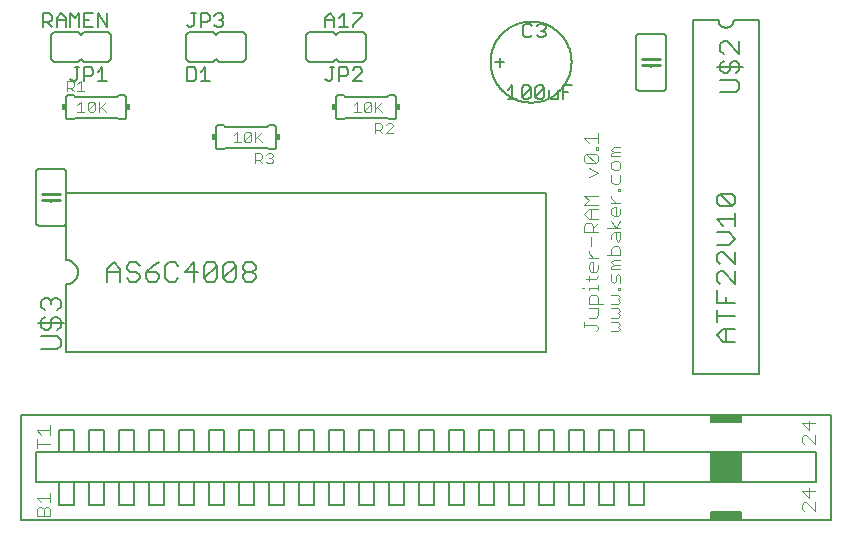
<source format=gto>
G04 EAGLE Gerber RS-274X export*
G75*
%MOMM*%
%FSLAX34Y34*%
%LPD*%
%INSilkscreen Top*%
%IPPOS*%
%AMOC8*
5,1,8,0,0,1.08239X$1,22.5*%
G01*
%ADD10C,0.101600*%
%ADD11C,0.127000*%
%ADD12C,0.152400*%
%ADD13C,0.177800*%
%ADD14R,0.381000X0.508000*%
%ADD15C,0.254000*%

G36*
X609665Y37477D02*
X609665Y37477D01*
X609731Y37479D01*
X609774Y37497D01*
X609821Y37505D01*
X609878Y37539D01*
X609938Y37564D01*
X609973Y37595D01*
X610014Y37620D01*
X610056Y37671D01*
X610104Y37715D01*
X610126Y37757D01*
X610155Y37794D01*
X610176Y37856D01*
X610207Y37915D01*
X610215Y37969D01*
X610227Y38006D01*
X610226Y38046D01*
X610234Y38100D01*
X610234Y63500D01*
X610223Y63565D01*
X610221Y63631D01*
X610203Y63674D01*
X610195Y63721D01*
X610161Y63778D01*
X610136Y63838D01*
X610105Y63873D01*
X610080Y63914D01*
X610029Y63956D01*
X609985Y64004D01*
X609943Y64026D01*
X609906Y64055D01*
X609844Y64076D01*
X609785Y64107D01*
X609731Y64115D01*
X609694Y64127D01*
X609654Y64126D01*
X609600Y64134D01*
X584200Y64134D01*
X584135Y64123D01*
X584069Y64121D01*
X584026Y64103D01*
X583979Y64095D01*
X583922Y64061D01*
X583862Y64036D01*
X583827Y64005D01*
X583786Y63980D01*
X583745Y63929D01*
X583696Y63885D01*
X583674Y63843D01*
X583645Y63806D01*
X583624Y63744D01*
X583593Y63685D01*
X583585Y63631D01*
X583573Y63594D01*
X583574Y63566D01*
X583573Y63564D01*
X583573Y63549D01*
X583566Y63500D01*
X583566Y38100D01*
X583577Y38035D01*
X583579Y37969D01*
X583597Y37926D01*
X583605Y37879D01*
X583639Y37822D01*
X583664Y37762D01*
X583695Y37727D01*
X583720Y37686D01*
X583771Y37645D01*
X583815Y37596D01*
X583857Y37574D01*
X583894Y37545D01*
X583956Y37524D01*
X584015Y37493D01*
X584069Y37485D01*
X584106Y37473D01*
X584146Y37474D01*
X584200Y37466D01*
X609600Y37466D01*
X609665Y37477D01*
G37*
G36*
X609665Y5727D02*
X609665Y5727D01*
X609731Y5729D01*
X609774Y5747D01*
X609821Y5755D01*
X609878Y5789D01*
X609938Y5814D01*
X609973Y5845D01*
X610014Y5870D01*
X610056Y5921D01*
X610104Y5965D01*
X610126Y6007D01*
X610155Y6044D01*
X610176Y6106D01*
X610207Y6165D01*
X610215Y6219D01*
X610227Y6256D01*
X610226Y6296D01*
X610234Y6350D01*
X610234Y12700D01*
X610223Y12765D01*
X610221Y12831D01*
X610203Y12874D01*
X610195Y12921D01*
X610161Y12978D01*
X610136Y13038D01*
X610105Y13073D01*
X610080Y13114D01*
X610029Y13156D01*
X609985Y13204D01*
X609943Y13226D01*
X609906Y13255D01*
X609844Y13276D01*
X609785Y13307D01*
X609731Y13315D01*
X609694Y13327D01*
X609654Y13326D01*
X609600Y13334D01*
X584200Y13334D01*
X584135Y13323D01*
X584069Y13321D01*
X584026Y13303D01*
X583979Y13295D01*
X583922Y13261D01*
X583862Y13236D01*
X583827Y13205D01*
X583786Y13180D01*
X583745Y13129D01*
X583696Y13085D01*
X583674Y13043D01*
X583645Y13006D01*
X583624Y12944D01*
X583593Y12885D01*
X583585Y12831D01*
X583573Y12794D01*
X583573Y12787D01*
X583573Y12786D01*
X583574Y12753D01*
X583566Y12700D01*
X583566Y6350D01*
X583577Y6285D01*
X583579Y6219D01*
X583597Y6176D01*
X583605Y6129D01*
X583639Y6072D01*
X583664Y6012D01*
X583695Y5977D01*
X583720Y5936D01*
X583771Y5895D01*
X583815Y5846D01*
X583857Y5824D01*
X583894Y5795D01*
X583956Y5774D01*
X584015Y5743D01*
X584069Y5735D01*
X584106Y5723D01*
X584146Y5724D01*
X584200Y5716D01*
X609600Y5716D01*
X609665Y5727D01*
G37*
G36*
X609665Y88277D02*
X609665Y88277D01*
X609731Y88279D01*
X609774Y88297D01*
X609821Y88305D01*
X609878Y88339D01*
X609938Y88364D01*
X609973Y88395D01*
X610014Y88420D01*
X610056Y88471D01*
X610104Y88515D01*
X610126Y88557D01*
X610155Y88594D01*
X610176Y88656D01*
X610207Y88715D01*
X610215Y88769D01*
X610227Y88806D01*
X610226Y88846D01*
X610234Y88900D01*
X610234Y94615D01*
X610223Y94680D01*
X610221Y94746D01*
X610203Y94789D01*
X610195Y94836D01*
X610161Y94893D01*
X610136Y94953D01*
X610105Y94988D01*
X610080Y95029D01*
X610029Y95071D01*
X609985Y95119D01*
X609943Y95141D01*
X609906Y95170D01*
X609844Y95191D01*
X609785Y95222D01*
X609731Y95230D01*
X609694Y95242D01*
X609654Y95241D01*
X609600Y95249D01*
X584200Y95249D01*
X584135Y95238D01*
X584069Y95236D01*
X584026Y95218D01*
X583979Y95210D01*
X583922Y95176D01*
X583862Y95151D01*
X583827Y95120D01*
X583786Y95095D01*
X583745Y95044D01*
X583696Y95000D01*
X583674Y94958D01*
X583645Y94921D01*
X583624Y94859D01*
X583593Y94800D01*
X583585Y94746D01*
X583573Y94709D01*
X583573Y94703D01*
X583573Y94702D01*
X583574Y94668D01*
X583566Y94615D01*
X583566Y88900D01*
X583577Y88835D01*
X583579Y88769D01*
X583597Y88726D01*
X583605Y88679D01*
X583639Y88622D01*
X583664Y88562D01*
X583695Y88527D01*
X583720Y88486D01*
X583771Y88445D01*
X583815Y88396D01*
X583857Y88374D01*
X583894Y88345D01*
X583956Y88324D01*
X584015Y88293D01*
X584069Y88285D01*
X584106Y88273D01*
X584146Y88274D01*
X584200Y88266D01*
X609600Y88266D01*
X609665Y88277D01*
G37*
D10*
X486493Y165608D02*
X488442Y167557D01*
X488442Y169506D01*
X486493Y171455D01*
X476748Y171455D01*
X476748Y169506D02*
X476748Y173404D01*
X480646Y177302D02*
X486493Y177302D01*
X488442Y179251D01*
X488442Y185098D01*
X480646Y185098D01*
X480646Y188996D02*
X492340Y188996D01*
X480646Y188996D02*
X480646Y194843D01*
X482595Y196792D01*
X486493Y196792D01*
X488442Y194843D01*
X488442Y188996D01*
X480646Y200690D02*
X480646Y202639D01*
X488442Y202639D01*
X488442Y200690D02*
X488442Y204588D01*
X476748Y202639D02*
X474799Y202639D01*
X478697Y210435D02*
X486493Y210435D01*
X488442Y212384D01*
X480646Y212384D02*
X480646Y208486D01*
X488442Y218231D02*
X488442Y222129D01*
X488442Y218231D02*
X486493Y216282D01*
X482595Y216282D01*
X480646Y218231D01*
X480646Y222129D01*
X482595Y224078D01*
X484544Y224078D01*
X484544Y216282D01*
X488442Y227976D02*
X480646Y227976D01*
X484544Y227976D02*
X480646Y231874D01*
X480646Y233823D01*
X482595Y237721D02*
X482595Y245517D01*
X488442Y249415D02*
X476748Y249415D01*
X476748Y255262D01*
X478697Y257211D01*
X482595Y257211D01*
X484544Y255262D01*
X484544Y249415D01*
X484544Y253313D02*
X488442Y257211D01*
X488442Y261109D02*
X480646Y261109D01*
X476748Y265007D01*
X480646Y268905D01*
X488442Y268905D01*
X482595Y268905D02*
X482595Y261109D01*
X488442Y272803D02*
X476748Y272803D01*
X480646Y276701D01*
X476748Y280599D01*
X488442Y280599D01*
X480646Y296191D02*
X488442Y300089D01*
X480646Y303987D01*
X478697Y307885D02*
X486493Y307885D01*
X478697Y307885D02*
X476748Y309834D01*
X476748Y313732D01*
X478697Y315681D01*
X486493Y315681D01*
X488442Y313732D01*
X488442Y309834D01*
X486493Y307885D01*
X478697Y315681D01*
X486493Y319579D02*
X488442Y319579D01*
X486493Y319579D02*
X486493Y321528D01*
X488442Y321528D01*
X488442Y319579D01*
X480646Y325426D02*
X476748Y329324D01*
X488442Y329324D01*
X488442Y325426D02*
X488442Y333222D01*
X499696Y165608D02*
X505543Y165608D01*
X507492Y167557D01*
X505543Y169506D01*
X507492Y171455D01*
X505543Y173404D01*
X499696Y173404D01*
X499696Y177302D02*
X505543Y177302D01*
X507492Y179251D01*
X505543Y181200D01*
X507492Y183149D01*
X505543Y185098D01*
X499696Y185098D01*
X499696Y188996D02*
X505543Y188996D01*
X507492Y190945D01*
X505543Y192894D01*
X507492Y194843D01*
X505543Y196792D01*
X499696Y196792D01*
X505543Y200690D02*
X507492Y200690D01*
X505543Y200690D02*
X505543Y202639D01*
X507492Y202639D01*
X507492Y200690D01*
X507492Y206537D02*
X507492Y212384D01*
X505543Y214333D01*
X503594Y212384D01*
X503594Y208486D01*
X501645Y206537D01*
X499696Y208486D01*
X499696Y214333D01*
X499696Y218231D02*
X507492Y218231D01*
X499696Y218231D02*
X499696Y220180D01*
X501645Y222129D01*
X507492Y222129D01*
X501645Y222129D02*
X499696Y224078D01*
X501645Y226027D01*
X507492Y226027D01*
X507492Y229925D02*
X495798Y229925D01*
X507492Y229925D02*
X507492Y235772D01*
X505543Y237721D01*
X501645Y237721D01*
X499696Y235772D01*
X499696Y229925D01*
X499696Y243568D02*
X499696Y247466D01*
X501645Y249415D01*
X507492Y249415D01*
X507492Y243568D01*
X505543Y241619D01*
X503594Y243568D01*
X503594Y249415D01*
X507492Y253313D02*
X495798Y253313D01*
X503594Y253313D02*
X507492Y259160D01*
X503594Y253313D02*
X499696Y259160D01*
X507492Y265007D02*
X507492Y268905D01*
X507492Y265007D02*
X505543Y263058D01*
X501645Y263058D01*
X499696Y265007D01*
X499696Y268905D01*
X501645Y270854D01*
X503594Y270854D01*
X503594Y263058D01*
X507492Y274752D02*
X499696Y274752D01*
X503594Y274752D02*
X499696Y278650D01*
X499696Y280599D01*
X505543Y284497D02*
X507492Y284497D01*
X505543Y284497D02*
X505543Y286446D01*
X507492Y286446D01*
X507492Y284497D01*
X499696Y292293D02*
X499696Y298140D01*
X499696Y292293D02*
X501645Y290344D01*
X505543Y290344D01*
X507492Y292293D01*
X507492Y298140D01*
X507492Y303987D02*
X507492Y307885D01*
X505543Y309834D01*
X501645Y309834D01*
X499696Y307885D01*
X499696Y303987D01*
X501645Y302038D01*
X505543Y302038D01*
X507492Y303987D01*
X507492Y313732D02*
X499696Y313732D01*
X499696Y315681D01*
X501645Y317630D01*
X507492Y317630D01*
X501645Y317630D02*
X499696Y319579D01*
X501645Y321528D01*
X507492Y321528D01*
D11*
X527050Y38100D02*
X673100Y38100D01*
X527050Y38100D02*
X514350Y38100D01*
X501650Y38100D01*
X488950Y38100D01*
X476250Y38100D01*
X463550Y38100D01*
X450850Y38100D01*
X438150Y38100D01*
X425450Y38100D01*
X412750Y38100D01*
X400050Y38100D01*
X387350Y38100D01*
X374650Y38100D01*
X361950Y38100D01*
X349250Y38100D01*
X336550Y38100D01*
X323850Y38100D01*
X311150Y38100D01*
X298450Y38100D01*
X285750Y38100D01*
X273050Y38100D01*
X260350Y38100D01*
X247650Y38100D01*
X234950Y38100D01*
X222250Y38100D01*
X209550Y38100D01*
X196850Y38100D01*
X184150Y38100D01*
X171450Y38100D01*
X158750Y38100D01*
X146050Y38100D01*
X133350Y38100D01*
X120650Y38100D01*
X107950Y38100D01*
X95250Y38100D01*
X82550Y38100D01*
X69850Y38100D01*
X57150Y38100D01*
X44450Y38100D01*
X31750Y38100D01*
X12700Y38100D01*
X12700Y63500D01*
X31750Y63500D01*
X44450Y63500D01*
X57150Y63500D01*
X69850Y63500D01*
X82550Y63500D01*
X95250Y63500D01*
X107950Y63500D01*
X120650Y63500D01*
X133350Y63500D01*
X146050Y63500D01*
X158750Y63500D01*
X171450Y63500D01*
X184150Y63500D01*
X196850Y63500D01*
X209550Y63500D01*
X222250Y63500D01*
X234950Y63500D01*
X247650Y63500D01*
X260350Y63500D01*
X273050Y63500D01*
X285750Y63500D01*
X298450Y63500D01*
X311150Y63500D01*
X323850Y63500D01*
X336550Y63500D01*
X349250Y63500D01*
X361950Y63500D01*
X374650Y63500D01*
X387350Y63500D01*
X400050Y63500D01*
X412750Y63500D01*
X425450Y63500D01*
X438150Y63500D01*
X450850Y63500D01*
X463550Y63500D01*
X476250Y63500D01*
X488950Y63500D01*
X501650Y63500D01*
X514350Y63500D01*
X527050Y63500D01*
X673100Y63500D01*
X673100Y38100D01*
X527050Y38100D02*
X527050Y19050D01*
X514350Y19050D01*
X514350Y38100D01*
X501650Y38100D02*
X501650Y19050D01*
X488950Y19050D01*
X488950Y38100D01*
X476250Y38100D02*
X476250Y19050D01*
X463550Y19050D01*
X463550Y38100D01*
X450850Y38100D02*
X450850Y19050D01*
X438150Y19050D01*
X438150Y38100D01*
X425450Y38100D02*
X425450Y19050D01*
X412750Y19050D01*
X412750Y38100D01*
X400050Y38100D02*
X400050Y19050D01*
X387350Y19050D01*
X387350Y38100D01*
X374650Y38100D02*
X374650Y19050D01*
X361950Y19050D01*
X361950Y38100D01*
X527050Y63500D02*
X527050Y82550D01*
X514350Y82550D01*
X514350Y63500D01*
X501650Y63500D02*
X501650Y82550D01*
X488950Y82550D01*
X488950Y63500D01*
X476250Y63500D02*
X476250Y82550D01*
X463550Y82550D01*
X463550Y63500D01*
X450850Y63500D02*
X450850Y82550D01*
X438150Y82550D01*
X438150Y63500D01*
X425450Y63500D02*
X425450Y82550D01*
X412750Y82550D01*
X412750Y63500D01*
X400050Y63500D02*
X400050Y82550D01*
X387350Y82550D01*
X387350Y63500D01*
X374650Y63500D02*
X374650Y82550D01*
X361950Y82550D01*
X361950Y63500D01*
X349250Y63500D02*
X349250Y82550D01*
X336550Y82550D01*
X336550Y63500D01*
X323850Y63500D02*
X323850Y82550D01*
X311150Y82550D01*
X311150Y63500D01*
X298450Y63500D02*
X298450Y82550D01*
X285750Y82550D01*
X285750Y63500D01*
X273050Y63500D02*
X273050Y82550D01*
X260350Y82550D01*
X260350Y63500D01*
X247650Y63500D02*
X247650Y82550D01*
X234950Y82550D01*
X234950Y63500D01*
X222250Y63500D02*
X222250Y82550D01*
X209550Y82550D01*
X209550Y63500D01*
X196850Y63500D02*
X196850Y82550D01*
X184150Y82550D01*
X184150Y63500D01*
X171450Y63500D02*
X171450Y82550D01*
X158750Y82550D01*
X158750Y63500D01*
X146050Y63500D02*
X146050Y82550D01*
X133350Y82550D01*
X133350Y63500D01*
X120650Y63500D02*
X120650Y82550D01*
X107950Y82550D01*
X107950Y63500D01*
X95250Y63500D02*
X95250Y82550D01*
X82550Y82550D01*
X82550Y63500D01*
X69850Y63500D02*
X69850Y82550D01*
X57150Y82550D01*
X57150Y63500D01*
X349250Y38100D02*
X349250Y19050D01*
X336550Y19050D01*
X336550Y38100D01*
X323850Y38100D02*
X323850Y19050D01*
X311150Y19050D01*
X311150Y38100D01*
X298450Y38100D02*
X298450Y19050D01*
X285750Y19050D01*
X285750Y38100D01*
X273050Y38100D02*
X273050Y19050D01*
X260350Y19050D01*
X260350Y38100D01*
X247650Y38100D02*
X247650Y19050D01*
X234950Y19050D01*
X234950Y38100D01*
X222250Y38100D02*
X222250Y19050D01*
X209550Y19050D01*
X209550Y38100D01*
X196850Y38100D02*
X196850Y19050D01*
X184150Y19050D01*
X184150Y38100D01*
X171450Y38100D02*
X171450Y19050D01*
X158750Y19050D01*
X158750Y38100D01*
X146050Y38100D02*
X146050Y19050D01*
X133350Y19050D01*
X133350Y38100D01*
X120650Y38100D02*
X120650Y19050D01*
X107950Y19050D01*
X107950Y38100D01*
X95250Y38100D02*
X95250Y19050D01*
X82550Y19050D01*
X82550Y38100D01*
X69850Y38100D02*
X69850Y19050D01*
X57150Y19050D01*
X57150Y38100D01*
X44450Y38100D02*
X44450Y19050D01*
X31750Y19050D01*
X31750Y38100D01*
X44450Y63500D02*
X44450Y82550D01*
X31750Y82550D01*
X31750Y63500D01*
X0Y95250D02*
X0Y6350D01*
X0Y95250D02*
X685800Y95250D01*
X685800Y6350D01*
X0Y6350D01*
D10*
X13198Y9398D02*
X24892Y9398D01*
X13198Y9398D02*
X13198Y15245D01*
X15147Y17194D01*
X17096Y17194D01*
X19045Y15245D01*
X20994Y17194D01*
X22943Y17194D01*
X24892Y15245D01*
X24892Y9398D01*
X19045Y9398D02*
X19045Y15245D01*
X17096Y21092D02*
X13198Y24990D01*
X24892Y24990D01*
X24892Y21092D02*
X24892Y28888D01*
X24892Y70446D02*
X13198Y70446D01*
X13198Y66548D02*
X13198Y74344D01*
X17096Y78242D02*
X13198Y82140D01*
X24892Y82140D01*
X24892Y78242D02*
X24892Y86038D01*
X672592Y21004D02*
X672592Y13208D01*
X664796Y21004D01*
X662847Y21004D01*
X660898Y19055D01*
X660898Y15157D01*
X662847Y13208D01*
X660898Y30749D02*
X672592Y30749D01*
X666745Y24902D02*
X660898Y30749D01*
X666745Y32698D02*
X666745Y24902D01*
X672592Y70358D02*
X672592Y78154D01*
X672592Y70358D02*
X664796Y78154D01*
X662847Y78154D01*
X660898Y76205D01*
X660898Y72307D01*
X662847Y70358D01*
X660898Y87899D02*
X672592Y87899D01*
X666745Y82052D02*
X660898Y87899D01*
X666745Y89848D02*
X666745Y82052D01*
D12*
X590550Y429260D02*
X568960Y429260D01*
X590550Y429260D02*
X590552Y429102D01*
X590558Y428943D01*
X590568Y428785D01*
X590582Y428628D01*
X590599Y428470D01*
X590621Y428314D01*
X590646Y428157D01*
X590676Y428002D01*
X590709Y427847D01*
X590746Y427693D01*
X590787Y427540D01*
X590832Y427388D01*
X590881Y427238D01*
X590933Y427088D01*
X590989Y426940D01*
X591049Y426793D01*
X591112Y426648D01*
X591179Y426505D01*
X591249Y426363D01*
X591323Y426223D01*
X591401Y426085D01*
X591482Y425949D01*
X591566Y425815D01*
X591653Y425683D01*
X591744Y425553D01*
X591838Y425426D01*
X591935Y425301D01*
X592036Y425178D01*
X592139Y425058D01*
X592245Y424941D01*
X592354Y424826D01*
X592466Y424714D01*
X592581Y424605D01*
X592698Y424499D01*
X592818Y424396D01*
X592941Y424295D01*
X593066Y424198D01*
X593193Y424104D01*
X593323Y424013D01*
X593455Y423926D01*
X593589Y423842D01*
X593725Y423761D01*
X593863Y423683D01*
X594003Y423609D01*
X594145Y423539D01*
X594288Y423472D01*
X594433Y423409D01*
X594580Y423349D01*
X594728Y423293D01*
X594878Y423241D01*
X595028Y423192D01*
X595180Y423147D01*
X595333Y423106D01*
X595487Y423069D01*
X595642Y423036D01*
X595797Y423006D01*
X595954Y422981D01*
X596110Y422959D01*
X596268Y422942D01*
X596425Y422928D01*
X596583Y422918D01*
X596742Y422912D01*
X596900Y422910D01*
X597058Y422912D01*
X597217Y422918D01*
X597375Y422928D01*
X597532Y422942D01*
X597690Y422959D01*
X597846Y422981D01*
X598003Y423006D01*
X598158Y423036D01*
X598313Y423069D01*
X598467Y423106D01*
X598620Y423147D01*
X598772Y423192D01*
X598922Y423241D01*
X599072Y423293D01*
X599220Y423349D01*
X599367Y423409D01*
X599512Y423472D01*
X599655Y423539D01*
X599797Y423609D01*
X599937Y423683D01*
X600075Y423761D01*
X600211Y423842D01*
X600345Y423926D01*
X600477Y424013D01*
X600607Y424104D01*
X600734Y424198D01*
X600859Y424295D01*
X600982Y424396D01*
X601102Y424499D01*
X601219Y424605D01*
X601334Y424714D01*
X601446Y424826D01*
X601555Y424941D01*
X601661Y425058D01*
X601764Y425178D01*
X601865Y425301D01*
X601962Y425426D01*
X602056Y425553D01*
X602147Y425683D01*
X602234Y425815D01*
X602318Y425949D01*
X602399Y426085D01*
X602477Y426223D01*
X602551Y426363D01*
X602621Y426505D01*
X602688Y426648D01*
X602751Y426793D01*
X602811Y426940D01*
X602867Y427088D01*
X602919Y427238D01*
X602968Y427388D01*
X603013Y427540D01*
X603054Y427693D01*
X603091Y427847D01*
X603124Y428002D01*
X603154Y428157D01*
X603179Y428314D01*
X603201Y428470D01*
X603218Y428628D01*
X603232Y428785D01*
X603242Y428943D01*
X603248Y429102D01*
X603250Y429260D01*
X624840Y129540D02*
X568960Y129540D01*
X568960Y429260D01*
X624840Y429260D02*
X624840Y129540D01*
X624840Y429260D02*
X603250Y429260D01*
D13*
X605534Y367919D02*
X592187Y367919D01*
X605534Y367919D02*
X608203Y370588D01*
X608203Y375927D01*
X605534Y378596D01*
X592187Y378596D01*
X605534Y384291D02*
X608203Y386960D01*
X608203Y392298D01*
X605534Y394968D01*
X602864Y394968D01*
X600195Y392298D01*
X600195Y386960D01*
X597526Y384291D01*
X594857Y384291D01*
X592187Y386960D01*
X592187Y392298D01*
X594857Y394968D01*
X589518Y389629D02*
X610872Y389629D01*
X608203Y400662D02*
X608203Y411339D01*
X608203Y400662D02*
X597526Y411339D01*
X594857Y411339D01*
X592187Y408670D01*
X592187Y403331D01*
X594857Y400662D01*
X594224Y156936D02*
X604901Y156936D01*
X594224Y156936D02*
X588885Y162275D01*
X594224Y167613D01*
X604901Y167613D01*
X596893Y167613D02*
X596893Y156936D01*
X604901Y178646D02*
X588885Y178646D01*
X588885Y173308D02*
X588885Y183985D01*
X588885Y189679D02*
X604901Y189679D01*
X588885Y189679D02*
X588885Y200357D01*
X596893Y195018D02*
X596893Y189679D01*
X604901Y206051D02*
X604901Y216728D01*
X604901Y206051D02*
X594224Y216728D01*
X591555Y216728D01*
X588885Y214059D01*
X588885Y208720D01*
X591555Y206051D01*
X604901Y222423D02*
X604901Y233100D01*
X604901Y222423D02*
X594224Y233100D01*
X591555Y233100D01*
X588885Y230430D01*
X588885Y225092D01*
X591555Y222423D01*
X588885Y238794D02*
X599562Y238794D01*
X604901Y244133D01*
X599562Y249471D01*
X588885Y249471D01*
X594224Y255166D02*
X588885Y260504D01*
X604901Y260504D01*
X604901Y255166D02*
X604901Y265843D01*
X602232Y271537D02*
X591555Y271537D01*
X588885Y274207D01*
X588885Y279545D01*
X591555Y282214D01*
X602232Y282214D01*
X604901Y279545D01*
X604901Y274207D01*
X602232Y271537D01*
X591555Y282214D01*
D12*
X444500Y283210D02*
X38100Y283210D01*
X38100Y148590D02*
X444500Y148590D01*
X444500Y283210D01*
X38100Y283210D02*
X38100Y226060D01*
X38100Y205740D02*
X38100Y148590D01*
X38100Y205740D02*
X38347Y205743D01*
X38595Y205752D01*
X38842Y205767D01*
X39088Y205788D01*
X39334Y205815D01*
X39579Y205848D01*
X39824Y205887D01*
X40067Y205932D01*
X40309Y205983D01*
X40550Y206040D01*
X40789Y206102D01*
X41027Y206171D01*
X41263Y206245D01*
X41497Y206325D01*
X41729Y206410D01*
X41959Y206502D01*
X42187Y206598D01*
X42412Y206701D01*
X42635Y206808D01*
X42855Y206922D01*
X43072Y207040D01*
X43287Y207164D01*
X43498Y207293D01*
X43706Y207427D01*
X43911Y207566D01*
X44112Y207710D01*
X44310Y207858D01*
X44504Y208012D01*
X44694Y208170D01*
X44880Y208333D01*
X45062Y208500D01*
X45240Y208672D01*
X45414Y208848D01*
X45584Y209028D01*
X45749Y209213D01*
X45909Y209401D01*
X46065Y209593D01*
X46217Y209789D01*
X46363Y209988D01*
X46505Y210191D01*
X46641Y210398D01*
X46773Y210607D01*
X46899Y210820D01*
X47020Y211036D01*
X47136Y211254D01*
X47246Y211476D01*
X47351Y211700D01*
X47451Y211926D01*
X47545Y212155D01*
X47633Y212386D01*
X47716Y212620D01*
X47793Y212855D01*
X47864Y213092D01*
X47930Y213330D01*
X47989Y213570D01*
X48043Y213812D01*
X48091Y214055D01*
X48133Y214298D01*
X48169Y214543D01*
X48199Y214789D01*
X48223Y215035D01*
X48241Y215282D01*
X48253Y215529D01*
X48259Y215776D01*
X48259Y216024D01*
X48253Y216271D01*
X48241Y216518D01*
X48223Y216765D01*
X48199Y217011D01*
X48169Y217257D01*
X48133Y217502D01*
X48091Y217745D01*
X48043Y217988D01*
X47989Y218230D01*
X47930Y218470D01*
X47864Y218708D01*
X47793Y218945D01*
X47716Y219180D01*
X47633Y219414D01*
X47545Y219645D01*
X47451Y219874D01*
X47351Y220100D01*
X47246Y220324D01*
X47136Y220546D01*
X47020Y220764D01*
X46899Y220980D01*
X46773Y221193D01*
X46641Y221402D01*
X46505Y221609D01*
X46363Y221812D01*
X46217Y222011D01*
X46065Y222207D01*
X45909Y222399D01*
X45749Y222587D01*
X45584Y222772D01*
X45414Y222952D01*
X45240Y223128D01*
X45062Y223300D01*
X44880Y223467D01*
X44694Y223630D01*
X44504Y223788D01*
X44310Y223942D01*
X44112Y224090D01*
X43911Y224234D01*
X43706Y224373D01*
X43498Y224507D01*
X43287Y224636D01*
X43072Y224760D01*
X42855Y224878D01*
X42635Y224992D01*
X42412Y225099D01*
X42187Y225202D01*
X41959Y225298D01*
X41729Y225390D01*
X41497Y225475D01*
X41263Y225555D01*
X41027Y225629D01*
X40789Y225698D01*
X40550Y225760D01*
X40309Y225817D01*
X40067Y225868D01*
X39824Y225913D01*
X39579Y225952D01*
X39334Y225985D01*
X39088Y226012D01*
X38842Y226033D01*
X38595Y226048D01*
X38347Y226057D01*
X38100Y226060D01*
X30816Y150622D02*
X17258Y150622D01*
X30816Y150622D02*
X33528Y153334D01*
X33528Y158757D01*
X30816Y161469D01*
X17258Y161469D01*
X30816Y166994D02*
X33528Y169705D01*
X33528Y175129D01*
X30816Y177840D01*
X28105Y177840D01*
X25393Y175129D01*
X25393Y169705D01*
X22681Y166994D01*
X19970Y166994D01*
X17258Y169705D01*
X17258Y175129D01*
X19970Y177840D01*
X14546Y172417D02*
X36240Y172417D01*
X19970Y183365D02*
X17258Y186077D01*
X17258Y191500D01*
X19970Y194212D01*
X22681Y194212D01*
X25393Y191500D01*
X25393Y188788D01*
X25393Y191500D02*
X28105Y194212D01*
X30816Y194212D01*
X33528Y191500D01*
X33528Y186077D01*
X30816Y183365D01*
X73152Y207772D02*
X73152Y218619D01*
X78575Y224042D01*
X83999Y218619D01*
X83999Y207772D01*
X83999Y215907D02*
X73152Y215907D01*
X97659Y224042D02*
X100370Y221330D01*
X97659Y224042D02*
X92235Y224042D01*
X89524Y221330D01*
X89524Y218619D01*
X92235Y215907D01*
X97659Y215907D01*
X100370Y213195D01*
X100370Y210484D01*
X97659Y207772D01*
X92235Y207772D01*
X89524Y210484D01*
X111318Y221330D02*
X116742Y224042D01*
X111318Y221330D02*
X105895Y215907D01*
X105895Y210484D01*
X108607Y207772D01*
X114030Y207772D01*
X116742Y210484D01*
X116742Y213195D01*
X114030Y215907D01*
X105895Y215907D01*
X130402Y224042D02*
X133113Y221330D01*
X130402Y224042D02*
X124978Y224042D01*
X122267Y221330D01*
X122267Y210484D01*
X124978Y207772D01*
X130402Y207772D01*
X133113Y210484D01*
X146773Y207772D02*
X146773Y224042D01*
X138638Y215907D01*
X149485Y215907D01*
X155010Y210484D02*
X155010Y221330D01*
X157721Y224042D01*
X163145Y224042D01*
X165856Y221330D01*
X165856Y210484D01*
X163145Y207772D01*
X157721Y207772D01*
X155010Y210484D01*
X165856Y221330D01*
X171381Y221330D02*
X171381Y210484D01*
X171381Y221330D02*
X174093Y224042D01*
X179516Y224042D01*
X182228Y221330D01*
X182228Y210484D01*
X179516Y207772D01*
X174093Y207772D01*
X171381Y210484D01*
X182228Y221330D01*
X187753Y221330D02*
X190465Y224042D01*
X195888Y224042D01*
X198600Y221330D01*
X198600Y218619D01*
X195888Y215907D01*
X198600Y213195D01*
X198600Y210484D01*
X195888Y207772D01*
X190465Y207772D01*
X187753Y210484D01*
X187753Y213195D01*
X190465Y215907D01*
X187753Y218619D01*
X187753Y221330D01*
X190465Y215907D02*
X195888Y215907D01*
X48260Y393700D02*
X50800Y396240D01*
X53340Y393700D01*
X50800Y416560D02*
X48260Y419100D01*
X50800Y416560D02*
X53340Y419100D01*
X73660Y419100D01*
X76200Y416560D01*
X27940Y419100D02*
X25400Y416560D01*
X27940Y419100D02*
X48260Y419100D01*
X25400Y416560D02*
X25400Y396240D01*
X27940Y393700D01*
X48260Y393700D01*
X53340Y393700D02*
X73660Y393700D01*
X76200Y396240D01*
X76200Y416560D01*
D11*
X41753Y379732D02*
X43660Y377825D01*
X45566Y377825D01*
X47473Y379732D01*
X47473Y389265D01*
X45566Y389265D02*
X49380Y389265D01*
X53447Y389265D02*
X53447Y377825D01*
X53447Y389265D02*
X59167Y389265D01*
X61074Y387358D01*
X61074Y383545D01*
X59167Y381638D01*
X53447Y381638D01*
X65141Y385452D02*
X68954Y389265D01*
X68954Y377825D01*
X65141Y377825D02*
X72767Y377825D01*
X18365Y423545D02*
X18365Y434985D01*
X24085Y434985D01*
X25992Y433078D01*
X25992Y429265D01*
X24085Y427358D01*
X18365Y427358D01*
X22178Y427358D02*
X25992Y423545D01*
X30059Y423545D02*
X30059Y431172D01*
X33872Y434985D01*
X37686Y431172D01*
X37686Y423545D01*
X37686Y429265D02*
X30059Y429265D01*
X41753Y423545D02*
X41753Y434985D01*
X45566Y431172D01*
X49379Y434985D01*
X49379Y423545D01*
X53447Y434985D02*
X61073Y434985D01*
X53447Y434985D02*
X53447Y423545D01*
X61073Y423545D01*
X57260Y429265D02*
X53447Y429265D01*
X65141Y423545D02*
X65141Y434985D01*
X72767Y423545D01*
X72767Y434985D01*
D12*
X40640Y365760D02*
X40540Y365758D01*
X40441Y365752D01*
X40341Y365742D01*
X40243Y365729D01*
X40144Y365711D01*
X40047Y365690D01*
X39951Y365665D01*
X39855Y365636D01*
X39761Y365603D01*
X39668Y365567D01*
X39577Y365527D01*
X39487Y365483D01*
X39399Y365436D01*
X39313Y365386D01*
X39229Y365332D01*
X39147Y365275D01*
X39068Y365215D01*
X38990Y365151D01*
X38916Y365085D01*
X38844Y365016D01*
X38775Y364944D01*
X38709Y364870D01*
X38645Y364792D01*
X38585Y364713D01*
X38528Y364631D01*
X38474Y364547D01*
X38424Y364461D01*
X38377Y364373D01*
X38333Y364283D01*
X38293Y364192D01*
X38257Y364099D01*
X38224Y364005D01*
X38195Y363909D01*
X38170Y363813D01*
X38149Y363716D01*
X38131Y363617D01*
X38118Y363519D01*
X38108Y363419D01*
X38102Y363320D01*
X38100Y363220D01*
X38100Y347980D02*
X38102Y347880D01*
X38108Y347781D01*
X38118Y347681D01*
X38131Y347583D01*
X38149Y347484D01*
X38170Y347387D01*
X38195Y347291D01*
X38224Y347195D01*
X38257Y347101D01*
X38293Y347008D01*
X38333Y346917D01*
X38377Y346827D01*
X38424Y346739D01*
X38474Y346653D01*
X38528Y346569D01*
X38585Y346487D01*
X38645Y346408D01*
X38709Y346330D01*
X38775Y346256D01*
X38844Y346184D01*
X38916Y346115D01*
X38990Y346049D01*
X39068Y345985D01*
X39147Y345925D01*
X39229Y345868D01*
X39313Y345814D01*
X39399Y345764D01*
X39487Y345717D01*
X39577Y345673D01*
X39668Y345633D01*
X39761Y345597D01*
X39855Y345564D01*
X39951Y345535D01*
X40047Y345510D01*
X40144Y345489D01*
X40243Y345471D01*
X40341Y345458D01*
X40441Y345448D01*
X40540Y345442D01*
X40640Y345440D01*
X86360Y345440D02*
X86460Y345442D01*
X86559Y345448D01*
X86659Y345458D01*
X86757Y345471D01*
X86856Y345489D01*
X86953Y345510D01*
X87049Y345535D01*
X87145Y345564D01*
X87239Y345597D01*
X87332Y345633D01*
X87423Y345673D01*
X87513Y345717D01*
X87601Y345764D01*
X87687Y345814D01*
X87771Y345868D01*
X87853Y345925D01*
X87932Y345985D01*
X88010Y346049D01*
X88084Y346115D01*
X88156Y346184D01*
X88225Y346256D01*
X88291Y346330D01*
X88355Y346408D01*
X88415Y346487D01*
X88472Y346569D01*
X88526Y346653D01*
X88576Y346739D01*
X88623Y346827D01*
X88667Y346917D01*
X88707Y347008D01*
X88743Y347101D01*
X88776Y347195D01*
X88805Y347291D01*
X88830Y347387D01*
X88851Y347484D01*
X88869Y347583D01*
X88882Y347681D01*
X88892Y347781D01*
X88898Y347880D01*
X88900Y347980D01*
X88900Y363220D02*
X88898Y363320D01*
X88892Y363419D01*
X88882Y363519D01*
X88869Y363617D01*
X88851Y363716D01*
X88830Y363813D01*
X88805Y363909D01*
X88776Y364005D01*
X88743Y364099D01*
X88707Y364192D01*
X88667Y364283D01*
X88623Y364373D01*
X88576Y364461D01*
X88526Y364547D01*
X88472Y364631D01*
X88415Y364713D01*
X88355Y364792D01*
X88291Y364870D01*
X88225Y364944D01*
X88156Y365016D01*
X88084Y365085D01*
X88010Y365151D01*
X87932Y365215D01*
X87853Y365275D01*
X87771Y365332D01*
X87687Y365386D01*
X87601Y365436D01*
X87513Y365483D01*
X87423Y365527D01*
X87332Y365567D01*
X87239Y365603D01*
X87145Y365636D01*
X87049Y365665D01*
X86953Y365690D01*
X86856Y365711D01*
X86757Y365729D01*
X86659Y365742D01*
X86559Y365752D01*
X86460Y365758D01*
X86360Y365760D01*
X38100Y363220D02*
X38100Y347980D01*
X40640Y365760D02*
X44450Y365760D01*
X45720Y364490D01*
X44450Y345440D02*
X40640Y345440D01*
X44450Y345440D02*
X45720Y346710D01*
X81280Y364490D02*
X82550Y365760D01*
X81280Y364490D02*
X45720Y364490D01*
X81280Y346710D02*
X82550Y345440D01*
X81280Y346710D02*
X45720Y346710D01*
X82550Y365760D02*
X86360Y365760D01*
X86360Y345440D02*
X82550Y345440D01*
X88900Y347980D02*
X88900Y363220D01*
D14*
X90805Y355600D03*
X36195Y355600D03*
D10*
X38608Y369062D02*
X38608Y377960D01*
X43057Y377960D01*
X44540Y376477D01*
X44540Y373511D01*
X43057Y372028D01*
X38608Y372028D01*
X41574Y372028D02*
X44540Y369062D01*
X47729Y374994D02*
X50695Y377960D01*
X50695Y369062D01*
X47729Y369062D02*
X53661Y369062D01*
X50718Y360180D02*
X47752Y357214D01*
X50718Y360180D02*
X50718Y351282D01*
X47752Y351282D02*
X53684Y351282D01*
X56873Y352765D02*
X56873Y358697D01*
X58356Y360180D01*
X61322Y360180D01*
X62805Y358697D01*
X62805Y352765D01*
X61322Y351282D01*
X58356Y351282D01*
X56873Y352765D01*
X62805Y358697D01*
X65995Y360180D02*
X65995Y351282D01*
X65995Y354248D02*
X71926Y360180D01*
X67478Y355731D02*
X71926Y351282D01*
D12*
X264160Y393700D02*
X266700Y396240D01*
X269240Y393700D01*
X266700Y416560D02*
X264160Y419100D01*
X266700Y416560D02*
X269240Y419100D01*
X289560Y419100D01*
X292100Y416560D01*
X243840Y419100D02*
X241300Y416560D01*
X243840Y419100D02*
X264160Y419100D01*
X241300Y416560D02*
X241300Y396240D01*
X243840Y393700D01*
X264160Y393700D01*
X269240Y393700D02*
X289560Y393700D01*
X292100Y396240D01*
X292100Y416560D01*
D11*
X257653Y379732D02*
X259560Y377825D01*
X261466Y377825D01*
X263373Y379732D01*
X263373Y389265D01*
X261466Y389265D02*
X265280Y389265D01*
X269347Y389265D02*
X269347Y377825D01*
X269347Y389265D02*
X275067Y389265D01*
X276974Y387358D01*
X276974Y383545D01*
X275067Y381638D01*
X269347Y381638D01*
X281041Y377825D02*
X288667Y377825D01*
X281041Y377825D02*
X288667Y385452D01*
X288667Y387358D01*
X286761Y389265D01*
X282948Y389265D01*
X281041Y387358D01*
X257653Y423545D02*
X257653Y431172D01*
X261466Y434985D01*
X265280Y431172D01*
X265280Y423545D01*
X265280Y429265D02*
X257653Y429265D01*
X269347Y431172D02*
X273160Y434985D01*
X273160Y423545D01*
X269347Y423545D02*
X276974Y423545D01*
X281041Y434985D02*
X288667Y434985D01*
X288667Y433078D01*
X281041Y425452D01*
X281041Y423545D01*
D12*
X167640Y419100D02*
X165100Y416560D01*
X162560Y419100D01*
X165100Y396240D02*
X167640Y393700D01*
X165100Y396240D02*
X162560Y393700D01*
X142240Y393700D01*
X139700Y396240D01*
X187960Y393700D02*
X190500Y396240D01*
X187960Y393700D02*
X167640Y393700D01*
X190500Y396240D02*
X190500Y416560D01*
X187960Y419100D01*
X167640Y419100D01*
X162560Y419100D02*
X142240Y419100D01*
X139700Y416560D01*
X139700Y396240D01*
D11*
X142242Y423545D02*
X140335Y425452D01*
X142242Y423545D02*
X144148Y423545D01*
X146055Y425452D01*
X146055Y434985D01*
X144148Y434985D02*
X147962Y434985D01*
X152029Y434985D02*
X152029Y423545D01*
X152029Y434985D02*
X157749Y434985D01*
X159655Y433078D01*
X159655Y429265D01*
X157749Y427358D01*
X152029Y427358D01*
X163723Y433078D02*
X165630Y434985D01*
X169443Y434985D01*
X171349Y433078D01*
X171349Y431172D01*
X169443Y429265D01*
X167536Y429265D01*
X169443Y429265D02*
X171349Y427358D01*
X171349Y425452D01*
X169443Y423545D01*
X165630Y423545D01*
X163723Y425452D01*
X140335Y389265D02*
X140335Y377825D01*
X146055Y377825D01*
X147962Y379732D01*
X147962Y387358D01*
X146055Y389265D01*
X140335Y389265D01*
X152029Y385452D02*
X155842Y389265D01*
X155842Y377825D01*
X152029Y377825D02*
X159655Y377825D01*
D12*
X314960Y345440D02*
X315060Y345442D01*
X315159Y345448D01*
X315259Y345458D01*
X315357Y345471D01*
X315456Y345489D01*
X315553Y345510D01*
X315649Y345535D01*
X315745Y345564D01*
X315839Y345597D01*
X315932Y345633D01*
X316023Y345673D01*
X316113Y345717D01*
X316201Y345764D01*
X316287Y345814D01*
X316371Y345868D01*
X316453Y345925D01*
X316532Y345985D01*
X316610Y346049D01*
X316684Y346115D01*
X316756Y346184D01*
X316825Y346256D01*
X316891Y346330D01*
X316955Y346408D01*
X317015Y346487D01*
X317072Y346569D01*
X317126Y346653D01*
X317176Y346739D01*
X317223Y346827D01*
X317267Y346917D01*
X317307Y347008D01*
X317343Y347101D01*
X317376Y347195D01*
X317405Y347291D01*
X317430Y347387D01*
X317451Y347484D01*
X317469Y347583D01*
X317482Y347681D01*
X317492Y347781D01*
X317498Y347880D01*
X317500Y347980D01*
X317500Y363220D02*
X317498Y363320D01*
X317492Y363419D01*
X317482Y363519D01*
X317469Y363617D01*
X317451Y363716D01*
X317430Y363813D01*
X317405Y363909D01*
X317376Y364005D01*
X317343Y364099D01*
X317307Y364192D01*
X317267Y364283D01*
X317223Y364373D01*
X317176Y364461D01*
X317126Y364547D01*
X317072Y364631D01*
X317015Y364713D01*
X316955Y364792D01*
X316891Y364870D01*
X316825Y364944D01*
X316756Y365016D01*
X316684Y365085D01*
X316610Y365151D01*
X316532Y365215D01*
X316453Y365275D01*
X316371Y365332D01*
X316287Y365386D01*
X316201Y365436D01*
X316113Y365483D01*
X316023Y365527D01*
X315932Y365567D01*
X315839Y365603D01*
X315745Y365636D01*
X315649Y365665D01*
X315553Y365690D01*
X315456Y365711D01*
X315357Y365729D01*
X315259Y365742D01*
X315159Y365752D01*
X315060Y365758D01*
X314960Y365760D01*
X269240Y365760D02*
X269140Y365758D01*
X269041Y365752D01*
X268941Y365742D01*
X268843Y365729D01*
X268744Y365711D01*
X268647Y365690D01*
X268551Y365665D01*
X268455Y365636D01*
X268361Y365603D01*
X268268Y365567D01*
X268177Y365527D01*
X268087Y365483D01*
X267999Y365436D01*
X267913Y365386D01*
X267829Y365332D01*
X267747Y365275D01*
X267668Y365215D01*
X267590Y365151D01*
X267516Y365085D01*
X267444Y365016D01*
X267375Y364944D01*
X267309Y364870D01*
X267245Y364792D01*
X267185Y364713D01*
X267128Y364631D01*
X267074Y364547D01*
X267024Y364461D01*
X266977Y364373D01*
X266933Y364283D01*
X266893Y364192D01*
X266857Y364099D01*
X266824Y364005D01*
X266795Y363909D01*
X266770Y363813D01*
X266749Y363716D01*
X266731Y363617D01*
X266718Y363519D01*
X266708Y363419D01*
X266702Y363320D01*
X266700Y363220D01*
X266700Y347980D02*
X266702Y347880D01*
X266708Y347781D01*
X266718Y347681D01*
X266731Y347583D01*
X266749Y347484D01*
X266770Y347387D01*
X266795Y347291D01*
X266824Y347195D01*
X266857Y347101D01*
X266893Y347008D01*
X266933Y346917D01*
X266977Y346827D01*
X267024Y346739D01*
X267074Y346653D01*
X267128Y346569D01*
X267185Y346487D01*
X267245Y346408D01*
X267309Y346330D01*
X267375Y346256D01*
X267444Y346184D01*
X267516Y346115D01*
X267590Y346049D01*
X267668Y345985D01*
X267747Y345925D01*
X267829Y345868D01*
X267913Y345814D01*
X267999Y345764D01*
X268087Y345717D01*
X268177Y345673D01*
X268268Y345633D01*
X268361Y345597D01*
X268455Y345564D01*
X268551Y345535D01*
X268647Y345510D01*
X268744Y345489D01*
X268843Y345471D01*
X268941Y345458D01*
X269041Y345448D01*
X269140Y345442D01*
X269240Y345440D01*
X317500Y347980D02*
X317500Y363220D01*
X314960Y345440D02*
X311150Y345440D01*
X309880Y346710D01*
X311150Y365760D02*
X314960Y365760D01*
X311150Y365760D02*
X309880Y364490D01*
X274320Y346710D02*
X273050Y345440D01*
X274320Y346710D02*
X309880Y346710D01*
X274320Y364490D02*
X273050Y365760D01*
X274320Y364490D02*
X309880Y364490D01*
X273050Y345440D02*
X269240Y345440D01*
X269240Y365760D02*
X273050Y365760D01*
X266700Y363220D02*
X266700Y347980D01*
D14*
X264795Y355600D03*
X319405Y355600D03*
D10*
X299765Y342146D02*
X299765Y333248D01*
X299765Y342146D02*
X304214Y342146D01*
X305697Y340663D01*
X305697Y337697D01*
X304214Y336214D01*
X299765Y336214D01*
X302731Y336214D02*
X305697Y333248D01*
X308887Y333248D02*
X314818Y333248D01*
X308887Y333248D02*
X314818Y339180D01*
X314818Y340663D01*
X313335Y342146D01*
X310370Y342146D01*
X308887Y340663D01*
X284466Y359926D02*
X281500Y356960D01*
X284466Y359926D02*
X284466Y351028D01*
X281500Y351028D02*
X287432Y351028D01*
X290621Y352511D02*
X290621Y358443D01*
X292104Y359926D01*
X295070Y359926D01*
X296553Y358443D01*
X296553Y352511D01*
X295070Y351028D01*
X292104Y351028D01*
X290621Y352511D01*
X296553Y358443D01*
X299743Y359926D02*
X299743Y351028D01*
X299743Y353994D02*
X305674Y359926D01*
X301226Y355477D02*
X305674Y351028D01*
D12*
X215900Y322580D02*
X215898Y322480D01*
X215892Y322381D01*
X215882Y322281D01*
X215869Y322183D01*
X215851Y322084D01*
X215830Y321987D01*
X215805Y321891D01*
X215776Y321795D01*
X215743Y321701D01*
X215707Y321608D01*
X215667Y321517D01*
X215623Y321427D01*
X215576Y321339D01*
X215526Y321253D01*
X215472Y321169D01*
X215415Y321087D01*
X215355Y321008D01*
X215291Y320930D01*
X215225Y320856D01*
X215156Y320784D01*
X215084Y320715D01*
X215010Y320649D01*
X214932Y320585D01*
X214853Y320525D01*
X214771Y320468D01*
X214687Y320414D01*
X214601Y320364D01*
X214513Y320317D01*
X214423Y320273D01*
X214332Y320233D01*
X214239Y320197D01*
X214145Y320164D01*
X214049Y320135D01*
X213953Y320110D01*
X213856Y320089D01*
X213757Y320071D01*
X213659Y320058D01*
X213559Y320048D01*
X213460Y320042D01*
X213360Y320040D01*
X215900Y337820D02*
X215898Y337920D01*
X215892Y338019D01*
X215882Y338119D01*
X215869Y338217D01*
X215851Y338316D01*
X215830Y338413D01*
X215805Y338509D01*
X215776Y338605D01*
X215743Y338699D01*
X215707Y338792D01*
X215667Y338883D01*
X215623Y338973D01*
X215576Y339061D01*
X215526Y339147D01*
X215472Y339231D01*
X215415Y339313D01*
X215355Y339392D01*
X215291Y339470D01*
X215225Y339544D01*
X215156Y339616D01*
X215084Y339685D01*
X215010Y339751D01*
X214932Y339815D01*
X214853Y339875D01*
X214771Y339932D01*
X214687Y339986D01*
X214601Y340036D01*
X214513Y340083D01*
X214423Y340127D01*
X214332Y340167D01*
X214239Y340203D01*
X214145Y340236D01*
X214049Y340265D01*
X213953Y340290D01*
X213856Y340311D01*
X213757Y340329D01*
X213659Y340342D01*
X213559Y340352D01*
X213460Y340358D01*
X213360Y340360D01*
X167640Y340360D02*
X167540Y340358D01*
X167441Y340352D01*
X167341Y340342D01*
X167243Y340329D01*
X167144Y340311D01*
X167047Y340290D01*
X166951Y340265D01*
X166855Y340236D01*
X166761Y340203D01*
X166668Y340167D01*
X166577Y340127D01*
X166487Y340083D01*
X166399Y340036D01*
X166313Y339986D01*
X166229Y339932D01*
X166147Y339875D01*
X166068Y339815D01*
X165990Y339751D01*
X165916Y339685D01*
X165844Y339616D01*
X165775Y339544D01*
X165709Y339470D01*
X165645Y339392D01*
X165585Y339313D01*
X165528Y339231D01*
X165474Y339147D01*
X165424Y339061D01*
X165377Y338973D01*
X165333Y338883D01*
X165293Y338792D01*
X165257Y338699D01*
X165224Y338605D01*
X165195Y338509D01*
X165170Y338413D01*
X165149Y338316D01*
X165131Y338217D01*
X165118Y338119D01*
X165108Y338019D01*
X165102Y337920D01*
X165100Y337820D01*
X165100Y322580D02*
X165102Y322480D01*
X165108Y322381D01*
X165118Y322281D01*
X165131Y322183D01*
X165149Y322084D01*
X165170Y321987D01*
X165195Y321891D01*
X165224Y321795D01*
X165257Y321701D01*
X165293Y321608D01*
X165333Y321517D01*
X165377Y321427D01*
X165424Y321339D01*
X165474Y321253D01*
X165528Y321169D01*
X165585Y321087D01*
X165645Y321008D01*
X165709Y320930D01*
X165775Y320856D01*
X165844Y320784D01*
X165916Y320715D01*
X165990Y320649D01*
X166068Y320585D01*
X166147Y320525D01*
X166229Y320468D01*
X166313Y320414D01*
X166399Y320364D01*
X166487Y320317D01*
X166577Y320273D01*
X166668Y320233D01*
X166761Y320197D01*
X166855Y320164D01*
X166951Y320135D01*
X167047Y320110D01*
X167144Y320089D01*
X167243Y320071D01*
X167341Y320058D01*
X167441Y320048D01*
X167540Y320042D01*
X167640Y320040D01*
X215900Y322580D02*
X215900Y337820D01*
X213360Y320040D02*
X209550Y320040D01*
X208280Y321310D01*
X209550Y340360D02*
X213360Y340360D01*
X209550Y340360D02*
X208280Y339090D01*
X172720Y321310D02*
X171450Y320040D01*
X172720Y321310D02*
X208280Y321310D01*
X172720Y339090D02*
X171450Y340360D01*
X172720Y339090D02*
X208280Y339090D01*
X171450Y320040D02*
X167640Y320040D01*
X167640Y340360D02*
X171450Y340360D01*
X165100Y337820D02*
X165100Y322580D01*
D14*
X163195Y330200D03*
X217805Y330200D03*
D10*
X198165Y316746D02*
X198165Y307848D01*
X198165Y316746D02*
X202614Y316746D01*
X204097Y315263D01*
X204097Y312297D01*
X202614Y310814D01*
X198165Y310814D01*
X201131Y310814D02*
X204097Y307848D01*
X207287Y315263D02*
X208770Y316746D01*
X211735Y316746D01*
X213218Y315263D01*
X213218Y313780D01*
X211735Y312297D01*
X210253Y312297D01*
X211735Y312297D02*
X213218Y310814D01*
X213218Y309331D01*
X211735Y307848D01*
X208770Y307848D01*
X207287Y309331D01*
X182866Y334526D02*
X179900Y331560D01*
X182866Y334526D02*
X182866Y325628D01*
X179900Y325628D02*
X185832Y325628D01*
X189021Y327111D02*
X189021Y333043D01*
X190504Y334526D01*
X193470Y334526D01*
X194953Y333043D01*
X194953Y327111D01*
X193470Y325628D01*
X190504Y325628D01*
X189021Y327111D01*
X194953Y333043D01*
X198143Y334526D02*
X198143Y325628D01*
X198143Y328594D02*
X204074Y334526D01*
X199626Y330077D02*
X204074Y325628D01*
D12*
X38100Y300990D02*
X38100Y257810D01*
X12700Y257810D02*
X12700Y300990D01*
X15240Y255270D02*
X35560Y255270D01*
X35560Y303530D02*
X15240Y303530D01*
X38100Y257810D02*
X38098Y257710D01*
X38092Y257611D01*
X38082Y257511D01*
X38069Y257413D01*
X38051Y257314D01*
X38030Y257217D01*
X38005Y257121D01*
X37976Y257025D01*
X37943Y256931D01*
X37907Y256838D01*
X37867Y256747D01*
X37823Y256657D01*
X37776Y256569D01*
X37726Y256483D01*
X37672Y256399D01*
X37615Y256317D01*
X37555Y256238D01*
X37491Y256160D01*
X37425Y256086D01*
X37356Y256014D01*
X37284Y255945D01*
X37210Y255879D01*
X37132Y255815D01*
X37053Y255755D01*
X36971Y255698D01*
X36887Y255644D01*
X36801Y255594D01*
X36713Y255547D01*
X36623Y255503D01*
X36532Y255463D01*
X36439Y255427D01*
X36345Y255394D01*
X36249Y255365D01*
X36153Y255340D01*
X36056Y255319D01*
X35957Y255301D01*
X35859Y255288D01*
X35759Y255278D01*
X35660Y255272D01*
X35560Y255270D01*
X38100Y300990D02*
X38098Y301090D01*
X38092Y301189D01*
X38082Y301289D01*
X38069Y301387D01*
X38051Y301486D01*
X38030Y301583D01*
X38005Y301679D01*
X37976Y301775D01*
X37943Y301869D01*
X37907Y301962D01*
X37867Y302053D01*
X37823Y302143D01*
X37776Y302231D01*
X37726Y302317D01*
X37672Y302401D01*
X37615Y302483D01*
X37555Y302562D01*
X37491Y302640D01*
X37425Y302714D01*
X37356Y302786D01*
X37284Y302855D01*
X37210Y302921D01*
X37132Y302985D01*
X37053Y303045D01*
X36971Y303102D01*
X36887Y303156D01*
X36801Y303206D01*
X36713Y303253D01*
X36623Y303297D01*
X36532Y303337D01*
X36439Y303373D01*
X36345Y303406D01*
X36249Y303435D01*
X36153Y303460D01*
X36056Y303481D01*
X35957Y303499D01*
X35859Y303512D01*
X35759Y303522D01*
X35660Y303528D01*
X35560Y303530D01*
X12700Y257810D02*
X12702Y257710D01*
X12708Y257611D01*
X12718Y257511D01*
X12731Y257413D01*
X12749Y257314D01*
X12770Y257217D01*
X12795Y257121D01*
X12824Y257025D01*
X12857Y256931D01*
X12893Y256838D01*
X12933Y256747D01*
X12977Y256657D01*
X13024Y256569D01*
X13074Y256483D01*
X13128Y256399D01*
X13185Y256317D01*
X13245Y256238D01*
X13309Y256160D01*
X13375Y256086D01*
X13444Y256014D01*
X13516Y255945D01*
X13590Y255879D01*
X13668Y255815D01*
X13747Y255755D01*
X13829Y255698D01*
X13913Y255644D01*
X13999Y255594D01*
X14087Y255547D01*
X14177Y255503D01*
X14268Y255463D01*
X14361Y255427D01*
X14455Y255394D01*
X14551Y255365D01*
X14647Y255340D01*
X14744Y255319D01*
X14843Y255301D01*
X14941Y255288D01*
X15041Y255278D01*
X15140Y255272D01*
X15240Y255270D01*
X12700Y300990D02*
X12702Y301090D01*
X12708Y301189D01*
X12718Y301289D01*
X12731Y301387D01*
X12749Y301486D01*
X12770Y301583D01*
X12795Y301679D01*
X12824Y301775D01*
X12857Y301869D01*
X12893Y301962D01*
X12933Y302053D01*
X12977Y302143D01*
X13024Y302231D01*
X13074Y302317D01*
X13128Y302401D01*
X13185Y302483D01*
X13245Y302562D01*
X13309Y302640D01*
X13375Y302714D01*
X13444Y302786D01*
X13516Y302855D01*
X13590Y302921D01*
X13668Y302985D01*
X13747Y303045D01*
X13829Y303102D01*
X13913Y303156D01*
X13999Y303206D01*
X14087Y303253D01*
X14177Y303297D01*
X14268Y303337D01*
X14361Y303373D01*
X14455Y303406D01*
X14551Y303435D01*
X14647Y303460D01*
X14744Y303481D01*
X14843Y303499D01*
X14941Y303512D01*
X15041Y303522D01*
X15140Y303528D01*
X15240Y303530D01*
X25400Y276860D02*
X25400Y275590D01*
D15*
X25400Y276860D02*
X33020Y276860D01*
X25400Y276860D02*
X17780Y276860D01*
X25400Y281940D02*
X33020Y281940D01*
X25400Y281940D02*
X17780Y281940D01*
D12*
X25400Y281940D02*
X25400Y283210D01*
X546100Y372110D02*
X546100Y415290D01*
X520700Y415290D02*
X520700Y372110D01*
X523240Y369570D02*
X543560Y369570D01*
X543560Y417830D02*
X523240Y417830D01*
X546100Y372110D02*
X546098Y372010D01*
X546092Y371911D01*
X546082Y371811D01*
X546069Y371713D01*
X546051Y371614D01*
X546030Y371517D01*
X546005Y371421D01*
X545976Y371325D01*
X545943Y371231D01*
X545907Y371138D01*
X545867Y371047D01*
X545823Y370957D01*
X545776Y370869D01*
X545726Y370783D01*
X545672Y370699D01*
X545615Y370617D01*
X545555Y370538D01*
X545491Y370460D01*
X545425Y370386D01*
X545356Y370314D01*
X545284Y370245D01*
X545210Y370179D01*
X545132Y370115D01*
X545053Y370055D01*
X544971Y369998D01*
X544887Y369944D01*
X544801Y369894D01*
X544713Y369847D01*
X544623Y369803D01*
X544532Y369763D01*
X544439Y369727D01*
X544345Y369694D01*
X544249Y369665D01*
X544153Y369640D01*
X544056Y369619D01*
X543957Y369601D01*
X543859Y369588D01*
X543759Y369578D01*
X543660Y369572D01*
X543560Y369570D01*
X546100Y415290D02*
X546098Y415390D01*
X546092Y415489D01*
X546082Y415589D01*
X546069Y415687D01*
X546051Y415786D01*
X546030Y415883D01*
X546005Y415979D01*
X545976Y416075D01*
X545943Y416169D01*
X545907Y416262D01*
X545867Y416353D01*
X545823Y416443D01*
X545776Y416531D01*
X545726Y416617D01*
X545672Y416701D01*
X545615Y416783D01*
X545555Y416862D01*
X545491Y416940D01*
X545425Y417014D01*
X545356Y417086D01*
X545284Y417155D01*
X545210Y417221D01*
X545132Y417285D01*
X545053Y417345D01*
X544971Y417402D01*
X544887Y417456D01*
X544801Y417506D01*
X544713Y417553D01*
X544623Y417597D01*
X544532Y417637D01*
X544439Y417673D01*
X544345Y417706D01*
X544249Y417735D01*
X544153Y417760D01*
X544056Y417781D01*
X543957Y417799D01*
X543859Y417812D01*
X543759Y417822D01*
X543660Y417828D01*
X543560Y417830D01*
X520700Y372110D02*
X520702Y372010D01*
X520708Y371911D01*
X520718Y371811D01*
X520731Y371713D01*
X520749Y371614D01*
X520770Y371517D01*
X520795Y371421D01*
X520824Y371325D01*
X520857Y371231D01*
X520893Y371138D01*
X520933Y371047D01*
X520977Y370957D01*
X521024Y370869D01*
X521074Y370783D01*
X521128Y370699D01*
X521185Y370617D01*
X521245Y370538D01*
X521309Y370460D01*
X521375Y370386D01*
X521444Y370314D01*
X521516Y370245D01*
X521590Y370179D01*
X521668Y370115D01*
X521747Y370055D01*
X521829Y369998D01*
X521913Y369944D01*
X521999Y369894D01*
X522087Y369847D01*
X522177Y369803D01*
X522268Y369763D01*
X522361Y369727D01*
X522455Y369694D01*
X522551Y369665D01*
X522647Y369640D01*
X522744Y369619D01*
X522843Y369601D01*
X522941Y369588D01*
X523041Y369578D01*
X523140Y369572D01*
X523240Y369570D01*
X520700Y415290D02*
X520702Y415390D01*
X520708Y415489D01*
X520718Y415589D01*
X520731Y415687D01*
X520749Y415786D01*
X520770Y415883D01*
X520795Y415979D01*
X520824Y416075D01*
X520857Y416169D01*
X520893Y416262D01*
X520933Y416353D01*
X520977Y416443D01*
X521024Y416531D01*
X521074Y416617D01*
X521128Y416701D01*
X521185Y416783D01*
X521245Y416862D01*
X521309Y416940D01*
X521375Y417014D01*
X521444Y417086D01*
X521516Y417155D01*
X521590Y417221D01*
X521668Y417285D01*
X521747Y417345D01*
X521829Y417402D01*
X521913Y417456D01*
X521999Y417506D01*
X522087Y417553D01*
X522177Y417597D01*
X522268Y417637D01*
X522361Y417673D01*
X522455Y417706D01*
X522551Y417735D01*
X522647Y417760D01*
X522744Y417781D01*
X522843Y417799D01*
X522941Y417812D01*
X523041Y417822D01*
X523140Y417828D01*
X523240Y417830D01*
X533400Y391160D02*
X533400Y389890D01*
D15*
X533400Y391160D02*
X541020Y391160D01*
X533400Y391160D02*
X525780Y391160D01*
X533400Y396240D02*
X541020Y396240D01*
X533400Y396240D02*
X525780Y396240D01*
D12*
X533400Y396240D02*
X533400Y397510D01*
X408940Y393700D02*
X401320Y393700D01*
X405130Y389890D02*
X405130Y397510D01*
X397510Y393700D02*
X397520Y394542D01*
X397551Y395383D01*
X397603Y396223D01*
X397675Y397061D01*
X397768Y397897D01*
X397881Y398731D01*
X398015Y399562D01*
X398169Y400390D01*
X398343Y401213D01*
X398538Y402032D01*
X398752Y402846D01*
X398987Y403654D01*
X399241Y404456D01*
X399514Y405252D01*
X399808Y406041D01*
X400120Y406822D01*
X400452Y407596D01*
X400802Y408361D01*
X401171Y409117D01*
X401559Y409864D01*
X401965Y410601D01*
X402388Y411329D01*
X402830Y412045D01*
X403289Y412751D01*
X403765Y413444D01*
X404258Y414127D01*
X404768Y414796D01*
X405293Y415453D01*
X405835Y416097D01*
X406393Y416728D01*
X406966Y417344D01*
X407553Y417947D01*
X408156Y418534D01*
X408772Y419107D01*
X409403Y419665D01*
X410047Y420207D01*
X410704Y420732D01*
X411373Y421242D01*
X412056Y421735D01*
X412749Y422211D01*
X413455Y422670D01*
X414171Y423112D01*
X414899Y423535D01*
X415636Y423941D01*
X416383Y424329D01*
X417139Y424698D01*
X417904Y425048D01*
X418678Y425380D01*
X419459Y425692D01*
X420248Y425986D01*
X421044Y426259D01*
X421846Y426513D01*
X422654Y426748D01*
X423468Y426962D01*
X424287Y427157D01*
X425110Y427331D01*
X425938Y427485D01*
X426769Y427619D01*
X427603Y427732D01*
X428439Y427825D01*
X429277Y427897D01*
X430117Y427949D01*
X430958Y427980D01*
X431800Y427990D01*
X432642Y427980D01*
X433483Y427949D01*
X434323Y427897D01*
X435161Y427825D01*
X435997Y427732D01*
X436831Y427619D01*
X437662Y427485D01*
X438490Y427331D01*
X439313Y427157D01*
X440132Y426962D01*
X440946Y426748D01*
X441754Y426513D01*
X442556Y426259D01*
X443352Y425986D01*
X444141Y425692D01*
X444922Y425380D01*
X445696Y425048D01*
X446461Y424698D01*
X447217Y424329D01*
X447964Y423941D01*
X448701Y423535D01*
X449429Y423112D01*
X450145Y422670D01*
X450851Y422211D01*
X451544Y421735D01*
X452227Y421242D01*
X452896Y420732D01*
X453553Y420207D01*
X454197Y419665D01*
X454828Y419107D01*
X455444Y418534D01*
X456047Y417947D01*
X456634Y417344D01*
X457207Y416728D01*
X457765Y416097D01*
X458307Y415453D01*
X458832Y414796D01*
X459342Y414127D01*
X459835Y413444D01*
X460311Y412751D01*
X460770Y412045D01*
X461212Y411329D01*
X461635Y410601D01*
X462041Y409864D01*
X462429Y409117D01*
X462798Y408361D01*
X463148Y407596D01*
X463480Y406822D01*
X463792Y406041D01*
X464086Y405252D01*
X464359Y404456D01*
X464613Y403654D01*
X464848Y402846D01*
X465062Y402032D01*
X465257Y401213D01*
X465431Y400390D01*
X465585Y399562D01*
X465719Y398731D01*
X465832Y397897D01*
X465925Y397061D01*
X465997Y396223D01*
X466049Y395383D01*
X466080Y394542D01*
X466090Y393700D01*
X466080Y392858D01*
X466049Y392017D01*
X465997Y391177D01*
X465925Y390339D01*
X465832Y389503D01*
X465719Y388669D01*
X465585Y387838D01*
X465431Y387010D01*
X465257Y386187D01*
X465062Y385368D01*
X464848Y384554D01*
X464613Y383746D01*
X464359Y382944D01*
X464086Y382148D01*
X463792Y381359D01*
X463480Y380578D01*
X463148Y379804D01*
X462798Y379039D01*
X462429Y378283D01*
X462041Y377536D01*
X461635Y376799D01*
X461212Y376071D01*
X460770Y375355D01*
X460311Y374649D01*
X459835Y373956D01*
X459342Y373273D01*
X458832Y372604D01*
X458307Y371947D01*
X457765Y371303D01*
X457207Y370672D01*
X456634Y370056D01*
X456047Y369453D01*
X455444Y368866D01*
X454828Y368293D01*
X454197Y367735D01*
X453553Y367193D01*
X452896Y366668D01*
X452227Y366158D01*
X451544Y365665D01*
X450851Y365189D01*
X450145Y364730D01*
X449429Y364288D01*
X448701Y363865D01*
X447964Y363459D01*
X447217Y363071D01*
X446461Y362702D01*
X445696Y362352D01*
X444922Y362020D01*
X444141Y361708D01*
X443352Y361414D01*
X442556Y361141D01*
X441754Y360887D01*
X440946Y360652D01*
X440132Y360438D01*
X439313Y360243D01*
X438490Y360069D01*
X437662Y359915D01*
X436831Y359781D01*
X435997Y359668D01*
X435161Y359575D01*
X434323Y359503D01*
X433483Y359451D01*
X432642Y359420D01*
X431800Y359410D01*
X430958Y359420D01*
X430117Y359451D01*
X429277Y359503D01*
X428439Y359575D01*
X427603Y359668D01*
X426769Y359781D01*
X425938Y359915D01*
X425110Y360069D01*
X424287Y360243D01*
X423468Y360438D01*
X422654Y360652D01*
X421846Y360887D01*
X421044Y361141D01*
X420248Y361414D01*
X419459Y361708D01*
X418678Y362020D01*
X417904Y362352D01*
X417139Y362702D01*
X416383Y363071D01*
X415636Y363459D01*
X414899Y363865D01*
X414171Y364288D01*
X413455Y364730D01*
X412749Y365189D01*
X412056Y365665D01*
X411373Y366158D01*
X410704Y366668D01*
X410047Y367193D01*
X409403Y367735D01*
X408772Y368293D01*
X408156Y368866D01*
X407553Y369453D01*
X406966Y370056D01*
X406393Y370672D01*
X405835Y371303D01*
X405293Y371947D01*
X404768Y372604D01*
X404258Y373273D01*
X403765Y373956D01*
X403289Y374649D01*
X402830Y375355D01*
X402388Y376071D01*
X401965Y376799D01*
X401559Y377536D01*
X401171Y378283D01*
X400802Y379039D01*
X400452Y379804D01*
X400120Y380578D01*
X399808Y381359D01*
X399514Y382148D01*
X399241Y382944D01*
X398987Y383746D01*
X398752Y384554D01*
X398538Y385368D01*
X398343Y386187D01*
X398169Y387010D01*
X398015Y387838D01*
X397881Y388669D01*
X397768Y389503D01*
X397675Y390339D01*
X397603Y391177D01*
X397551Y392017D01*
X397520Y392858D01*
X397510Y393700D01*
D11*
X430535Y426095D02*
X432442Y424188D01*
X430535Y426095D02*
X426722Y426095D01*
X424815Y424188D01*
X424815Y416562D01*
X426722Y414655D01*
X430535Y414655D01*
X432442Y416562D01*
X436509Y424188D02*
X438416Y426095D01*
X442229Y426095D01*
X444135Y424188D01*
X444135Y422282D01*
X442229Y420375D01*
X440322Y420375D01*
X442229Y420375D02*
X444135Y418468D01*
X444135Y416562D01*
X442229Y414655D01*
X438416Y414655D01*
X436509Y416562D01*
X415928Y374025D02*
X412115Y370212D01*
X415928Y374025D02*
X415928Y362585D01*
X412115Y362585D02*
X419742Y362585D01*
X423809Y364492D02*
X423809Y372118D01*
X425716Y374025D01*
X429529Y374025D01*
X431435Y372118D01*
X431435Y364492D01*
X429529Y362585D01*
X425716Y362585D01*
X423809Y364492D01*
X431435Y372118D01*
X435503Y372118D02*
X435503Y364492D01*
X435503Y372118D02*
X437410Y374025D01*
X441223Y374025D01*
X443129Y372118D01*
X443129Y364492D01*
X441223Y362585D01*
X437410Y362585D01*
X435503Y364492D01*
X443129Y372118D01*
X447197Y370212D02*
X447197Y364492D01*
X449104Y362585D01*
X454823Y362585D01*
X454823Y370212D01*
X458891Y374025D02*
X458891Y362585D01*
X458891Y374025D02*
X466517Y374025D01*
X462704Y368305D02*
X458891Y368305D01*
M02*

</source>
